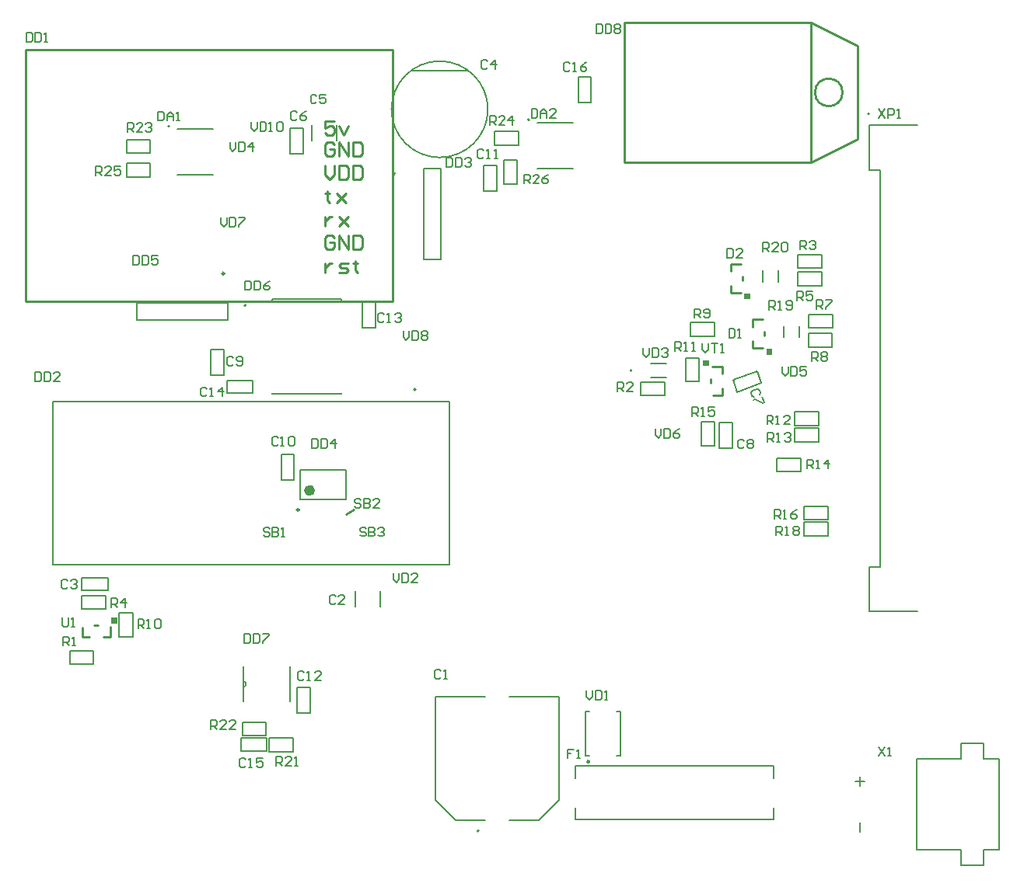
<source format=gto>
G04*
G04 #@! TF.GenerationSoftware,Altium Limited,Altium Designer,20.0.12 (288)*
G04*
G04 Layer_Color=65535*
%FSLAX25Y25*%
%MOIN*%
G70*
G01*
G75*
%ADD10C,0.00787*%
%ADD11C,0.00984*%
%ADD12C,0.01000*%
%ADD13C,0.00600*%
%ADD14C,0.02362*%
%ADD15C,0.00591*%
%ADD16C,0.00500*%
G36*
X38337Y129173D02*
Y126673D01*
X40837D01*
Y129173D01*
X38337D01*
D02*
G37*
G36*
X292087Y237234D02*
X294587D01*
Y239734D01*
X292087D01*
Y237234D01*
D02*
G37*
G36*
X321693Y244655D02*
X319193D01*
Y242156D01*
X321693D01*
Y244655D01*
D02*
G37*
G36*
X312287Y268451D02*
X309787D01*
Y265951D01*
X312287D01*
Y268451D01*
D02*
G37*
D10*
X363386Y345472D02*
G03*
X363386Y345472I-394J0D01*
G01*
X261614Y235335D02*
G03*
X261614Y235335I-394J0D01*
G01*
X96161Y263209D02*
G03*
X96161Y263209I-394J0D01*
G01*
X168898Y227165D02*
G03*
X168898Y227165I-394J0D01*
G01*
X217634Y342890D02*
G03*
X217634Y342890I-394J0D01*
G01*
X63303Y340134D02*
G03*
X63303Y340134I-394J0D01*
G01*
X195965Y37697D02*
G03*
X195965Y37697I-394J0D01*
G01*
X254823Y88976D02*
X256594D01*
X254823Y70079D02*
X256594D01*
X241634Y88976D02*
X243406D01*
X241634Y70079D02*
X243406D01*
X256594D02*
Y88976D01*
X241634Y70079D02*
Y88976D01*
X212402Y315354D02*
Y325590D01*
X206496Y315354D02*
Y325590D01*
X212402D01*
X206496Y315354D02*
X212402D01*
X44882Y318307D02*
X55118D01*
X44882Y324213D02*
X55118D01*
Y318307D02*
Y324213D01*
X44882Y318307D02*
Y324213D01*
X202756Y332087D02*
X212992D01*
X202756Y337992D02*
X212992D01*
Y332087D02*
Y337992D01*
X202756Y332087D02*
Y337992D01*
X44882Y328543D02*
X55118D01*
X44882Y334449D02*
X55118D01*
Y328543D02*
Y334449D01*
X44882Y328543D02*
Y334449D01*
X94488Y78543D02*
X104724D01*
X94488Y84449D02*
X104724D01*
Y78543D02*
Y84449D01*
X94488Y78543D02*
Y84449D01*
X106102Y71752D02*
X116339D01*
X106102Y77658D02*
X116339D01*
Y71752D02*
Y77658D01*
X106102Y71752D02*
Y77658D01*
X335433Y164370D02*
X345669D01*
X335433Y170276D02*
X345669D01*
Y164370D02*
Y170276D01*
X335433Y164370D02*
Y170276D01*
Y171260D02*
X345669D01*
X335433Y177165D02*
X345669D01*
Y171260D02*
Y177165D01*
X335433Y171260D02*
Y177165D01*
X297047Y203150D02*
Y213386D01*
X291142Y203150D02*
Y213386D01*
X297047D01*
X291142Y203150D02*
X297047D01*
X323622Y191929D02*
X333858D01*
X323622Y197835D02*
X333858D01*
Y191929D02*
Y197835D01*
X323622Y191929D02*
Y197835D01*
X331342Y204701D02*
X341579D01*
X331342Y210606D02*
X341579D01*
Y204701D02*
Y210606D01*
X331342Y204701D02*
Y210606D01*
X331299Y211713D02*
X341535D01*
X331299Y217618D02*
X341535D01*
Y211713D02*
Y217618D01*
X331299Y211713D02*
Y217618D01*
X284547Y230512D02*
Y240748D01*
X290453Y230512D02*
Y240748D01*
X284547Y230512D02*
X290453D01*
X284547Y240748D02*
X290453D01*
X47638Y120965D02*
Y131201D01*
X41732Y120965D02*
Y131201D01*
X47638D01*
X41732Y120965D02*
X47638D01*
X286614Y250098D02*
X296850D01*
X286614Y256004D02*
X296850D01*
Y250098D02*
Y256004D01*
X286614Y250098D02*
Y256004D01*
X337205Y245276D02*
X347441D01*
X337205Y251181D02*
X347441D01*
Y245276D02*
Y251181D01*
X337205Y245276D02*
Y251181D01*
X337303Y253543D02*
X347539D01*
X337303Y259449D02*
X347539D01*
Y253543D02*
Y259449D01*
X337303Y253543D02*
Y259449D01*
X332579Y271654D02*
X342815D01*
X332579Y277559D02*
X342815D01*
Y271654D02*
Y277559D01*
X332579Y271654D02*
Y277559D01*
X25787Y138779D02*
X36024D01*
X25787Y132874D02*
X36024D01*
X25787D02*
Y138779D01*
X36024Y132874D02*
Y138779D01*
X332677Y279232D02*
X342913D01*
X332677Y285138D02*
X342913D01*
Y279232D02*
Y285138D01*
X332677Y279232D02*
Y285138D01*
X265453Y230413D02*
X275689D01*
X265453Y224508D02*
X275689D01*
X265453D02*
Y230413D01*
X275689Y224508D02*
Y230413D01*
X20472Y115157D02*
X30709D01*
X20472Y109252D02*
X30709D01*
X20472D02*
Y115157D01*
X30709Y109252D02*
Y115157D01*
X237205Y65551D02*
X322244D01*
X237205Y42716D02*
X322244D01*
Y47835D01*
Y60433D02*
Y65551D01*
X237205Y42716D02*
Y47835D01*
Y60433D02*
Y65551D01*
X49366Y264384D02*
X88342D01*
X49366Y256914D02*
Y264384D01*
Y256914D02*
X88342D01*
Y264384D01*
X119390Y179921D02*
X139075D01*
X119390Y192520D02*
X139075D01*
X119390Y179921D02*
Y192520D01*
X139075Y179921D02*
Y192520D01*
X172151Y282972D02*
Y321949D01*
Y282972D02*
X179621D01*
Y321949D01*
X172151D02*
X179621D01*
X238583Y350394D02*
X244094D01*
X238583Y361417D02*
X244094D01*
X238583Y350394D02*
Y361417D01*
X244094Y350394D02*
Y361417D01*
X94095Y72047D02*
Y77559D01*
X105118Y72047D02*
Y77559D01*
X94095D02*
X105118D01*
X94095Y72047D02*
X105118D01*
X87992Y225590D02*
Y231102D01*
X99016Y225590D02*
Y231102D01*
X87992D02*
X99016D01*
X87992Y225590D02*
X99016D01*
X146137Y253543D02*
X151649D01*
X146137Y264567D02*
X151649D01*
X146137Y253543D02*
Y264567D01*
X151649Y253543D02*
Y264567D01*
X118110Y88189D02*
X123622D01*
X118110Y99213D02*
X123622D01*
X118110Y88189D02*
Y99213D01*
X123622Y88189D02*
Y99213D01*
X198031Y312402D02*
X203543D01*
X198031Y323425D02*
X203543D01*
X198031Y312402D02*
Y323425D01*
X203543Y312402D02*
Y323425D01*
X111221Y199213D02*
X116732D01*
X111221Y188189D02*
X116732D01*
Y199213D01*
X111221Y188189D02*
Y199213D01*
X81004Y233465D02*
X86516D01*
X81004Y244488D02*
X86516D01*
X81004Y233465D02*
Y244488D01*
X86516Y233465D02*
Y244488D01*
X299114Y201870D02*
X304626D01*
X299114Y212894D02*
X304626D01*
X299114Y201870D02*
Y212894D01*
X304626Y201870D02*
Y212894D01*
X304846Y231291D02*
X306732Y226112D01*
X315205Y235061D02*
X317090Y229882D01*
X304846Y231291D02*
X315205Y235061D01*
X306732Y226112D02*
X317090Y229882D01*
X114961Y328346D02*
X120473D01*
X114961Y339370D02*
X120473D01*
X114961Y328346D02*
Y339370D01*
X120473Y328346D02*
Y339370D01*
X124397Y334063D02*
Y340740D01*
X135052Y334063D02*
Y340740D01*
X167323Y363976D02*
X190945D01*
X36811Y140945D02*
Y146457D01*
X25787Y140945D02*
Y146457D01*
Y140945D02*
X36811D01*
X25787Y146457D02*
X36811D01*
X153752Y133965D02*
Y140641D01*
X143098Y133965D02*
Y140641D01*
X246229Y383858D02*
Y379922D01*
X248197D01*
X248853Y380578D01*
Y383202D01*
X248197Y383858D01*
X246229D01*
X250165D02*
Y379922D01*
X252132D01*
X252788Y380578D01*
Y383202D01*
X252132Y383858D01*
X250165D01*
X254100Y383202D02*
X254756Y383858D01*
X256068D01*
X256724Y383202D01*
Y382546D01*
X256068Y381890D01*
X256724Y381234D01*
Y380578D01*
X256068Y379922D01*
X254756D01*
X254100Y380578D01*
Y381234D01*
X254756Y381890D01*
X254100Y382546D01*
Y383202D01*
X254756Y381890D02*
X256068D01*
X90683Y240584D02*
X90027Y241240D01*
X88715D01*
X88059Y240584D01*
Y237960D01*
X88715Y237304D01*
X90027D01*
X90683Y237960D01*
X91995D02*
X92651Y237304D01*
X93962D01*
X94618Y237960D01*
Y240584D01*
X93962Y241240D01*
X92651D01*
X91995Y240584D01*
Y239928D01*
X92651Y239272D01*
X94618D01*
X121086Y105655D02*
X120430Y106310D01*
X119118D01*
X118462Y105655D01*
Y103031D01*
X119118Y102375D01*
X120430D01*
X121086Y103031D01*
X122398Y102375D02*
X123710D01*
X123054D01*
Y106310D01*
X122398Y105655D01*
X128302Y102375D02*
X125678D01*
X128302Y104999D01*
Y105655D01*
X127646Y106310D01*
X126334D01*
X125678Y105655D01*
X197966Y329757D02*
X197310Y330413D01*
X195999D01*
X195343Y329757D01*
Y327133D01*
X195999Y326477D01*
X197310D01*
X197966Y327133D01*
X199278Y326477D02*
X200590D01*
X199934D01*
Y330413D01*
X199278Y329757D01*
X202558Y326477D02*
X203870D01*
X203214D01*
Y330413D01*
X202558Y329757D01*
X134482Y138418D02*
X133826Y139074D01*
X132514D01*
X131858Y138418D01*
Y135794D01*
X132514Y135138D01*
X133826D01*
X134482Y135794D01*
X138418Y135138D02*
X135794D01*
X138418Y137762D01*
Y138418D01*
X137762Y139074D01*
X136450D01*
X135794Y138418D01*
X19718Y144914D02*
X19062Y145570D01*
X17750D01*
X17094Y144914D01*
Y142290D01*
X17750Y141635D01*
X19062D01*
X19718Y142290D01*
X21030Y144914D02*
X21686Y145570D01*
X22998D01*
X23654Y144914D01*
Y144258D01*
X22998Y143602D01*
X22342D01*
X22998D01*
X23654Y142946D01*
Y142290D01*
X22998Y141635D01*
X21686D01*
X21030Y142290D01*
X199541Y367946D02*
X198885Y368602D01*
X197573D01*
X196917Y367946D01*
Y365322D01*
X197573Y364666D01*
X198885D01*
X199541Y365322D01*
X202821Y364666D02*
Y368602D01*
X200853Y366634D01*
X203477D01*
X126437Y353155D02*
X125781Y353811D01*
X124469D01*
X123813Y353155D01*
Y350531D01*
X124469Y349875D01*
X125781D01*
X126437Y350531D01*
X130373Y353811D02*
X127749D01*
Y351843D01*
X129061Y352499D01*
X129717D01*
X130373Y351843D01*
Y350531D01*
X129717Y349875D01*
X128405D01*
X127749Y350531D01*
X118027Y345860D02*
X117371Y346516D01*
X116059D01*
X115403Y345860D01*
Y343236D01*
X116059Y342580D01*
X117371D01*
X118027Y343236D01*
X121963Y346516D02*
X120651Y345860D01*
X119339Y344548D01*
Y343236D01*
X119995Y342580D01*
X121307D01*
X121963Y343236D01*
Y343892D01*
X121307Y344548D01*
X119339D01*
X316303Y224987D02*
X316695Y225828D01*
X316246Y227061D01*
X315405Y227453D01*
X312940Y226555D01*
X312548Y225714D01*
X312996Y224482D01*
X313837Y224090D01*
X317368Y223978D02*
X318265Y221513D01*
X317649Y221289D01*
X314286Y222857D01*
X313669Y222632D01*
X309580Y205151D02*
X308924Y205806D01*
X307612D01*
X306956Y205151D01*
Y202527D01*
X307612Y201871D01*
X308924D01*
X309580Y202527D01*
X310892Y205151D02*
X311548Y205806D01*
X312860D01*
X313516Y205151D01*
Y204495D01*
X312860Y203839D01*
X313516Y203183D01*
Y202527D01*
X312860Y201871D01*
X311548D01*
X310892Y202527D01*
Y203183D01*
X311548Y203839D01*
X310892Y204495D01*
Y205151D01*
X311548Y203839D02*
X312860D01*
X109810Y206233D02*
X109154Y206889D01*
X107843D01*
X107187Y206233D01*
Y203609D01*
X107843Y202953D01*
X109154D01*
X109810Y203609D01*
X111122Y202953D02*
X112434D01*
X111778D01*
Y206889D01*
X111122Y206233D01*
X114402D02*
X115058Y206889D01*
X116370D01*
X117026Y206233D01*
Y203609D01*
X116370Y202953D01*
X115058D01*
X114402Y203609D01*
Y206233D01*
X155381Y259186D02*
X154725Y259842D01*
X153413D01*
X152758Y259186D01*
Y256562D01*
X153413Y255906D01*
X154725D01*
X155381Y256562D01*
X156693Y255906D02*
X158005D01*
X157349D01*
Y259842D01*
X156693Y259186D01*
X159973D02*
X160629Y259842D01*
X161941D01*
X162597Y259186D01*
Y258530D01*
X161941Y257874D01*
X161285D01*
X161941D01*
X162597Y257218D01*
Y256562D01*
X161941Y255906D01*
X160629D01*
X159973Y256562D01*
X95933Y68241D02*
X95277Y68897D01*
X93965D01*
X93309Y68241D01*
Y65617D01*
X93965Y64961D01*
X95277D01*
X95933Y65617D01*
X97245Y64961D02*
X98556D01*
X97900D01*
Y68897D01*
X97245Y68241D01*
X103148Y68897D02*
X100524D01*
Y66929D01*
X101836Y67585D01*
X102492D01*
X103148Y66929D01*
Y65617D01*
X102492Y64961D01*
X101180D01*
X100524Y65617D01*
X79299Y227493D02*
X78643Y228149D01*
X77331D01*
X76675Y227493D01*
Y224869D01*
X77331Y224213D01*
X78643D01*
X79299Y224869D01*
X80611Y224213D02*
X81923D01*
X81266D01*
Y228149D01*
X80611Y227493D01*
X85858Y224213D02*
Y228149D01*
X83890Y226181D01*
X86514D01*
X234909Y366962D02*
X234253Y367618D01*
X232941D01*
X232285Y366962D01*
Y364338D01*
X232941Y363682D01*
X234253D01*
X234909Y364338D01*
X236221Y363682D02*
X237533D01*
X236877D01*
Y367618D01*
X236221Y366962D01*
X242124Y367618D02*
X240812Y366962D01*
X239501Y365650D01*
Y364338D01*
X240157Y363682D01*
X241468D01*
X242124Y364338D01*
Y364994D01*
X241468Y365650D01*
X239501D01*
X303142Y253284D02*
Y249348D01*
X305110D01*
X305766Y250004D01*
Y252628D01*
X305110Y253284D01*
X303142D01*
X307078Y249348D02*
X308390D01*
X307734D01*
Y253284D01*
X307078Y252628D01*
X302449Y287622D02*
Y283686D01*
X304416D01*
X305072Y284342D01*
Y286966D01*
X304416Y287622D01*
X302449D01*
X309008Y283686D02*
X306384D01*
X309008Y286310D01*
Y286966D01*
X308352Y287622D01*
X307040D01*
X306384Y286966D01*
X58462Y346469D02*
Y342533D01*
X60430D01*
X61085Y343189D01*
Y345813D01*
X60430Y346469D01*
X58462D01*
X62397Y342533D02*
Y345157D01*
X63709Y346469D01*
X65021Y345157D01*
Y342533D01*
Y344501D01*
X62397D01*
X66333Y342533D02*
X67645D01*
X66989D01*
Y346469D01*
X66333Y345813D01*
X218473Y347736D02*
Y343800D01*
X220441D01*
X221097Y344456D01*
Y347080D01*
X220441Y347736D01*
X218473D01*
X222409Y343800D02*
Y346424D01*
X223721Y347736D01*
X225032Y346424D01*
Y343800D01*
Y345768D01*
X222409D01*
X228968Y343800D02*
X226344D01*
X228968Y346424D01*
Y347080D01*
X228312Y347736D01*
X227000D01*
X226344Y347080D01*
X1862Y380210D02*
Y376275D01*
X3830D01*
X4486Y376931D01*
Y379555D01*
X3830Y380210D01*
X1862D01*
X5798D02*
Y376275D01*
X7766D01*
X8422Y376931D01*
Y379555D01*
X7766Y380210D01*
X5798D01*
X9734Y376275D02*
X11046D01*
X10390D01*
Y380210D01*
X9734Y379555D01*
X5662Y234711D02*
Y230775D01*
X7630D01*
X8286Y231431D01*
Y234055D01*
X7630Y234711D01*
X5662D01*
X9598D02*
Y230775D01*
X11566D01*
X12222Y231431D01*
Y234055D01*
X11566Y234711D01*
X9598D01*
X16158Y230775D02*
X13534D01*
X16158Y233399D01*
Y234055D01*
X15502Y234711D01*
X14190D01*
X13534Y234055D01*
X182055Y326673D02*
Y322737D01*
X184023D01*
X184679Y323393D01*
Y326017D01*
X184023Y326673D01*
X182055D01*
X185991D02*
Y322737D01*
X187959D01*
X188615Y323393D01*
Y326017D01*
X187959Y326673D01*
X185991D01*
X189927Y326017D02*
X190583Y326673D01*
X191895D01*
X192551Y326017D01*
Y325361D01*
X191895Y324705D01*
X191239D01*
X191895D01*
X192551Y324049D01*
Y323393D01*
X191895Y322737D01*
X190583D01*
X189927Y323393D01*
X124378Y206102D02*
Y202166D01*
X126346D01*
X127002Y202822D01*
Y205446D01*
X126346Y206102D01*
X124378D01*
X128314D02*
Y202166D01*
X130282D01*
X130938Y202822D01*
Y205446D01*
X130282Y206102D01*
X128314D01*
X134218Y202166D02*
Y206102D01*
X132250Y204134D01*
X134874D01*
X47762Y284711D02*
Y280775D01*
X49730D01*
X50386Y281431D01*
Y284055D01*
X49730Y284711D01*
X47762D01*
X51698D02*
Y280775D01*
X53666D01*
X54322Y281431D01*
Y284055D01*
X53666Y284711D01*
X51698D01*
X58258D02*
X55634D01*
Y282743D01*
X56946Y283399D01*
X57601D01*
X58258Y282743D01*
Y281431D01*
X57601Y280775D01*
X56290D01*
X55634Y281431D01*
X95733Y273796D02*
Y269861D01*
X97701D01*
X98357Y270517D01*
Y273140D01*
X97701Y273796D01*
X95733D01*
X99669D02*
Y269861D01*
X101637D01*
X102293Y270517D01*
Y273140D01*
X101637Y273796D01*
X99669D01*
X106228D02*
X104917Y273140D01*
X103604Y271829D01*
Y270517D01*
X104261Y269861D01*
X105572D01*
X106228Y270517D01*
Y271172D01*
X105572Y271829D01*
X103604D01*
X95436Y122355D02*
Y118420D01*
X97404D01*
X98060Y119076D01*
Y121700D01*
X97404Y122355D01*
X95436D01*
X99372D02*
Y118420D01*
X101340D01*
X101996Y119076D01*
Y121700D01*
X101340Y122355D01*
X99372D01*
X103308D02*
X105931D01*
Y121700D01*
X103308Y119076D01*
Y118420D01*
X236586Y72811D02*
X233962D01*
Y70843D01*
X235274D01*
X233962D01*
Y68875D01*
X237898D02*
X239210D01*
X238554D01*
Y72811D01*
X237898Y72155D01*
X17750Y117225D02*
Y121161D01*
X19718D01*
X20374Y120505D01*
Y119193D01*
X19718Y118537D01*
X17750D01*
X19062D02*
X20374Y117225D01*
X21686D02*
X22998D01*
X22342D01*
Y121161D01*
X21686Y120505D01*
X255382Y226379D02*
Y230314D01*
X257349D01*
X258005Y229658D01*
Y228346D01*
X257349Y227691D01*
X255382D01*
X256694D02*
X258005Y226379D01*
X261941D02*
X259317D01*
X261941Y229002D01*
Y229658D01*
X261285Y230314D01*
X259973D01*
X259317Y229658D01*
X333630Y287205D02*
Y291141D01*
X335597D01*
X336253Y290485D01*
Y289173D01*
X335597Y288517D01*
X333630D01*
X334942D02*
X336253Y287205D01*
X337565Y290485D02*
X338221Y291141D01*
X339533D01*
X340189Y290485D01*
Y289829D01*
X339533Y289173D01*
X338877D01*
X339533D01*
X340189Y288517D01*
Y287861D01*
X339533Y287205D01*
X338221D01*
X337565Y287861D01*
X38271Y133741D02*
Y137677D01*
X40239D01*
X40895Y137021D01*
Y135709D01*
X40239Y135053D01*
X38271D01*
X39583D02*
X40895Y133741D01*
X44175D02*
Y137677D01*
X42207Y135709D01*
X44831D01*
X332252Y265355D02*
Y269291D01*
X334220D01*
X334875Y268635D01*
Y267323D01*
X334220Y266667D01*
X332252D01*
X333564D02*
X334875Y265355D01*
X338811Y269291D02*
X336188D01*
Y267323D01*
X337499Y267979D01*
X338155D01*
X338811Y267323D01*
Y266011D01*
X338155Y265355D01*
X336843D01*
X336188Y266011D01*
X340786Y261579D02*
Y265515D01*
X342754D01*
X343410Y264859D01*
Y263547D01*
X342754Y262891D01*
X340786D01*
X342098D02*
X343410Y261579D01*
X344722Y265515D02*
X347346D01*
Y264859D01*
X344722Y262235D01*
Y261579D01*
X338649Y239371D02*
Y243306D01*
X340617D01*
X341273Y242651D01*
Y241339D01*
X340617Y240683D01*
X338649D01*
X339961D02*
X341273Y239371D01*
X342585Y242651D02*
X343241Y243306D01*
X344553D01*
X345209Y242651D01*
Y241995D01*
X344553Y241339D01*
X345209Y240683D01*
Y240027D01*
X344553Y239371D01*
X343241D01*
X342585Y240027D01*
Y240683D01*
X343241Y241339D01*
X342585Y241995D01*
Y242651D01*
X343241Y241339D02*
X344553D01*
X288453Y257875D02*
Y261810D01*
X290420D01*
X291076Y261154D01*
Y259842D01*
X290420Y259187D01*
X288453D01*
X289764D02*
X291076Y257875D01*
X292388Y258531D02*
X293044Y257875D01*
X294356D01*
X295012Y258531D01*
Y261154D01*
X294356Y261810D01*
X293044D01*
X292388Y261154D01*
Y260498D01*
X293044Y259842D01*
X295012D01*
X49805Y124705D02*
Y128641D01*
X51773D01*
X52429Y127985D01*
Y126673D01*
X51773Y126017D01*
X49805D01*
X51117D02*
X52429Y124705D01*
X53741D02*
X55052D01*
X54396D01*
Y128641D01*
X53741Y127985D01*
X57020D02*
X57676Y128641D01*
X58988D01*
X59644Y127985D01*
Y125361D01*
X58988Y124705D01*
X57676D01*
X57020Y125361D01*
Y127985D01*
X280087Y243603D02*
Y247539D01*
X282055D01*
X282711Y246883D01*
Y245571D01*
X282055Y244915D01*
X280087D01*
X281399D02*
X282711Y243603D01*
X284022D02*
X285334D01*
X284678D01*
Y247539D01*
X284022Y246883D01*
X287302Y243603D02*
X288614D01*
X287958D01*
Y247539D01*
X287302Y246883D01*
X319490Y212205D02*
Y216141D01*
X321458D01*
X322114Y215485D01*
Y214173D01*
X321458Y213517D01*
X319490D01*
X320802D02*
X322114Y212205D01*
X323426D02*
X324737D01*
X324081D01*
Y216141D01*
X323426Y215485D01*
X329329Y212205D02*
X326705D01*
X329329Y214829D01*
Y215485D01*
X328673Y216141D01*
X327361D01*
X326705Y215485D01*
X319785Y204725D02*
Y208661D01*
X321753D01*
X322409Y208005D01*
Y206693D01*
X321753Y206037D01*
X319785D01*
X321097D02*
X322409Y204725D01*
X323721D02*
X325033D01*
X324377D01*
Y208661D01*
X323721Y208005D01*
X327001D02*
X327657Y208661D01*
X328968D01*
X329624Y208005D01*
Y207349D01*
X328968Y206693D01*
X328312D01*
X328968D01*
X329624Y206037D01*
Y205381D01*
X328968Y204725D01*
X327657D01*
X327001Y205381D01*
X287249Y215823D02*
Y219759D01*
X289217D01*
X289873Y219103D01*
Y217791D01*
X289217Y217135D01*
X287249D01*
X288561D02*
X289873Y215823D01*
X291185D02*
X292497D01*
X291841D01*
Y219759D01*
X291185Y219103D01*
X297089Y219759D02*
X294465D01*
Y217791D01*
X295777Y218447D01*
X296433D01*
X297089Y217791D01*
Y216479D01*
X296433Y215823D01*
X295121D01*
X294465Y216479D01*
X336616Y193209D02*
Y197145D01*
X338584D01*
X339240Y196489D01*
Y195177D01*
X338584Y194521D01*
X336616D01*
X337928D02*
X339240Y193209D01*
X340551D02*
X341863D01*
X341208D01*
Y197145D01*
X340551Y196489D01*
X345799Y193209D02*
Y197145D01*
X343831Y195177D01*
X346455D01*
X322541Y171753D02*
Y175688D01*
X324509D01*
X325165Y175032D01*
Y173721D01*
X324509Y173064D01*
X322541D01*
X323853D02*
X325165Y171753D01*
X326477D02*
X327789D01*
X327133D01*
Y175688D01*
X326477Y175032D01*
X332380Y175688D02*
X331068Y175032D01*
X329756Y173721D01*
Y172409D01*
X330412Y171753D01*
X331724D01*
X332380Y172409D01*
Y173064D01*
X331724Y173721D01*
X329756D01*
X323427Y164568D02*
Y168503D01*
X325395D01*
X326051Y167847D01*
Y166535D01*
X325395Y165879D01*
X323427D01*
X324739D02*
X326051Y164568D01*
X327362D02*
X328674D01*
X328018D01*
Y168503D01*
X327362Y167847D01*
X330642D02*
X331298Y168503D01*
X332610D01*
X333266Y167847D01*
Y167191D01*
X332610Y166535D01*
X333266Y165879D01*
Y165224D01*
X332610Y164568D01*
X331298D01*
X330642Y165224D01*
Y165879D01*
X331298Y166535D01*
X330642Y167191D01*
Y167847D01*
X331298Y166535D02*
X332610D01*
X320376Y261418D02*
Y265354D01*
X322343D01*
X322999Y264698D01*
Y263386D01*
X322343Y262730D01*
X320376D01*
X321688D02*
X322999Y261418D01*
X324311D02*
X325623D01*
X324967D01*
Y265354D01*
X324311Y264698D01*
X327591Y262074D02*
X328247Y261418D01*
X329559D01*
X330215Y262074D01*
Y264698D01*
X329559Y265354D01*
X328247D01*
X327591Y264698D01*
Y264042D01*
X328247Y263386D01*
X330215D01*
X317768Y286342D02*
Y290277D01*
X319736D01*
X320392Y289621D01*
Y288310D01*
X319736Y287654D01*
X317768D01*
X319080D02*
X320392Y286342D01*
X324327D02*
X321703D01*
X324327Y288966D01*
Y289621D01*
X323671Y290277D01*
X322359D01*
X321703Y289621D01*
X325639D02*
X326295Y290277D01*
X327607D01*
X328263Y289621D01*
Y286998D01*
X327607Y286342D01*
X326295D01*
X325639Y286998D01*
Y289621D01*
X109089Y65749D02*
Y69684D01*
X111057D01*
X111713Y69028D01*
Y67716D01*
X111057Y67061D01*
X109089D01*
X110401D02*
X111713Y65749D01*
X115649D02*
X113025D01*
X115649Y68372D01*
Y69028D01*
X114993Y69684D01*
X113681D01*
X113025Y69028D01*
X116961Y65749D02*
X118273D01*
X117617D01*
Y69684D01*
X116961Y69028D01*
X106152Y167257D02*
X105496Y167913D01*
X104184D01*
X103528Y167257D01*
Y166601D01*
X104184Y165945D01*
X105496D01*
X106152Y165289D01*
Y164633D01*
X105496Y163977D01*
X104184D01*
X103528Y164633D01*
X107464Y167913D02*
Y163977D01*
X109432D01*
X110088Y164633D01*
Y165289D01*
X109432Y165945D01*
X107464D01*
X109432D01*
X110088Y166601D01*
Y167257D01*
X109432Y167913D01*
X107464D01*
X111400Y163977D02*
X112712D01*
X112056D01*
Y167913D01*
X111400Y167257D01*
X145408Y179560D02*
X144752Y180216D01*
X143440D01*
X142784Y179560D01*
Y178904D01*
X143440Y178248D01*
X144752D01*
X145408Y177592D01*
Y176936D01*
X144752Y176280D01*
X143440D01*
X142784Y176936D01*
X146720Y180216D02*
Y176280D01*
X148688D01*
X149343Y176936D01*
Y177592D01*
X148688Y178248D01*
X146720D01*
X148688D01*
X149343Y178904D01*
Y179560D01*
X148688Y180216D01*
X146720D01*
X153279Y176280D02*
X150655D01*
X153279Y178904D01*
Y179560D01*
X152623Y180216D01*
X151311D01*
X150655Y179560D01*
X147475Y167454D02*
X146819Y168110D01*
X145507D01*
X144851Y167454D01*
Y166798D01*
X145507Y166142D01*
X146819D01*
X147475Y165486D01*
Y164830D01*
X146819Y164174D01*
X145507D01*
X144851Y164830D01*
X148786Y168110D02*
Y164174D01*
X150754D01*
X151410Y164830D01*
Y165486D01*
X150754Y166142D01*
X148786D01*
X150754D01*
X151410Y166798D01*
Y167454D01*
X150754Y168110D01*
X148786D01*
X152722Y167454D02*
X153378Y168110D01*
X154690D01*
X155346Y167454D01*
Y166798D01*
X154690Y166142D01*
X154034D01*
X154690D01*
X155346Y165486D01*
Y164830D01*
X154690Y164174D01*
X153378D01*
X152722Y164830D01*
X17357Y129330D02*
Y126050D01*
X18012Y125394D01*
X19324D01*
X19980Y126050D01*
Y129330D01*
X21292Y125394D02*
X22604D01*
X21948D01*
Y129330D01*
X21292Y128674D01*
X241947Y97876D02*
Y95252D01*
X243258Y93940D01*
X244570Y95252D01*
Y97876D01*
X245882D02*
Y93940D01*
X247850D01*
X248506Y94596D01*
Y97220D01*
X247850Y97876D01*
X245882D01*
X249818Y93940D02*
X251130D01*
X250474D01*
Y97876D01*
X249818Y97220D01*
X159172Y148211D02*
Y145587D01*
X160484Y144275D01*
X161795Y145587D01*
Y148211D01*
X163107D02*
Y144275D01*
X165075D01*
X165731Y144931D01*
Y147555D01*
X165075Y148211D01*
X163107D01*
X169667Y144275D02*
X167043D01*
X169667Y146899D01*
Y147555D01*
X169011Y148211D01*
X167699D01*
X167043Y147555D01*
X266406Y244881D02*
Y242257D01*
X267718Y240946D01*
X269030Y242257D01*
Y244881D01*
X270342D02*
Y240946D01*
X272309D01*
X272966Y241601D01*
Y244225D01*
X272309Y244881D01*
X270342D01*
X274277Y244225D02*
X274933Y244881D01*
X276245D01*
X276901Y244225D01*
Y243569D01*
X276245Y242913D01*
X275589D01*
X276245D01*
X276901Y242257D01*
Y241601D01*
X276245Y240946D01*
X274933D01*
X274277Y241601D01*
X89142Y333267D02*
Y330643D01*
X90454Y329331D01*
X91766Y330643D01*
Y333267D01*
X93078D02*
Y329331D01*
X95046D01*
X95702Y329987D01*
Y332611D01*
X95046Y333267D01*
X93078D01*
X98981Y329331D02*
Y333267D01*
X97014Y331299D01*
X99637D01*
X325855Y236983D02*
Y234360D01*
X327167Y233048D01*
X328479Y234360D01*
Y236983D01*
X329790D02*
Y233048D01*
X331758D01*
X332414Y233704D01*
Y236328D01*
X331758Y236983D01*
X329790D01*
X336350D02*
X333726D01*
Y235016D01*
X335038Y235672D01*
X335694D01*
X336350Y235016D01*
Y233704D01*
X335694Y233048D01*
X334382D01*
X333726Y233704D01*
X163477Y252346D02*
Y249722D01*
X164789Y248410D01*
X166101Y249722D01*
Y252346D01*
X167412D02*
Y248410D01*
X169380D01*
X170036Y249066D01*
Y251690D01*
X169380Y252346D01*
X167412D01*
X171348Y251690D02*
X172004Y252346D01*
X173316D01*
X173972Y251690D01*
Y251034D01*
X173316Y250378D01*
X173972Y249722D01*
Y249066D01*
X173316Y248410D01*
X172004D01*
X171348Y249066D01*
Y249722D01*
X172004Y250378D01*
X171348Y251034D01*
Y251690D01*
X172004Y250378D02*
X173316D01*
X98231Y342027D02*
Y339403D01*
X99542Y338091D01*
X100854Y339403D01*
Y342027D01*
X102166D02*
Y338091D01*
X104134D01*
X104790Y338747D01*
Y341371D01*
X104134Y342027D01*
X102166D01*
X106102Y338091D02*
X107414D01*
X106758D01*
Y342027D01*
X106102Y341371D01*
X109382D02*
X110038Y342027D01*
X111350D01*
X112006Y341371D01*
Y338747D01*
X111350Y338091D01*
X110038D01*
X109382Y338747D01*
Y341371D01*
X291668Y246850D02*
Y244226D01*
X292980Y242914D01*
X294292Y244226D01*
Y246850D01*
X295604D02*
X298228D01*
X296916D01*
Y242914D01*
X299540D02*
X300851D01*
X300196D01*
Y246850D01*
X299540Y246194D01*
X367455Y73818D02*
X370079Y69883D01*
Y73818D02*
X367455Y69883D01*
X371391D02*
X372703D01*
X372047D01*
Y73818D01*
X371391Y73162D01*
X179580Y106314D02*
X178925Y106970D01*
X177613D01*
X176957Y106314D01*
Y103690D01*
X177613Y103034D01*
X178925D01*
X179580Y103690D01*
X180892Y103034D02*
X182204D01*
X181548D01*
Y106970D01*
X180892Y106314D01*
X81071Y81300D02*
Y85236D01*
X83039D01*
X83695Y84580D01*
Y83268D01*
X83039Y82612D01*
X81071D01*
X82383D02*
X83695Y81300D01*
X87631D02*
X85007D01*
X87631Y83924D01*
Y84580D01*
X86975Y85236D01*
X85663D01*
X85007Y84580D01*
X91566Y81300D02*
X88943D01*
X91566Y83924D01*
Y84580D01*
X90911Y85236D01*
X89599D01*
X88943Y84580D01*
X45243Y337637D02*
Y341573D01*
X47211D01*
X47867Y340917D01*
Y339605D01*
X47211Y338949D01*
X45243D01*
X46555D02*
X47867Y337637D01*
X51803D02*
X49179D01*
X51803Y340261D01*
Y340917D01*
X51147Y341573D01*
X49835D01*
X49179Y340917D01*
X53115D02*
X53771Y341573D01*
X55083D01*
X55739Y340917D01*
Y340261D01*
X55083Y339605D01*
X54427D01*
X55083D01*
X55739Y338949D01*
Y338293D01*
X55083Y337637D01*
X53771D01*
X53115Y338293D01*
X200559Y340749D02*
Y344684D01*
X202527D01*
X203183Y344028D01*
Y342717D01*
X202527Y342061D01*
X200559D01*
X201871D02*
X203183Y340749D01*
X207119D02*
X204495D01*
X207119Y343373D01*
Y344028D01*
X206463Y344684D01*
X205151D01*
X204495Y344028D01*
X210399Y340749D02*
Y344684D01*
X208431Y342717D01*
X211055D01*
X31760Y318997D02*
Y322932D01*
X33728D01*
X34384Y322276D01*
Y320965D01*
X33728Y320309D01*
X31760D01*
X33072D02*
X34384Y318997D01*
X38320D02*
X35696D01*
X38320Y321620D01*
Y322276D01*
X37664Y322932D01*
X36352D01*
X35696Y322276D01*
X42255Y322932D02*
X39632D01*
Y320965D01*
X40944Y321620D01*
X41600D01*
X42255Y320965D01*
Y319653D01*
X41600Y318997D01*
X40288D01*
X39632Y319653D01*
X215225Y315552D02*
Y319488D01*
X217193D01*
X217849Y318832D01*
Y317520D01*
X217193Y316864D01*
X215225D01*
X216537D02*
X217849Y315552D01*
X221784D02*
X219161D01*
X221784Y318176D01*
Y318832D01*
X221128Y319488D01*
X219816D01*
X219161Y318832D01*
X225720Y319488D02*
X224408Y318832D01*
X223096Y317520D01*
Y316208D01*
X223752Y315552D01*
X225064D01*
X225720Y316208D01*
Y316864D01*
X225064Y317520D01*
X223096D01*
X367357Y347736D02*
X369981Y343800D01*
Y347736D02*
X367357Y343800D01*
X371293D02*
Y347736D01*
X373261D01*
X373917Y347080D01*
Y345768D01*
X373261Y345112D01*
X371293D01*
X375229Y343800D02*
X376540D01*
X375885D01*
Y347736D01*
X375229Y347080D01*
X271510Y210303D02*
Y207679D01*
X272822Y206367D01*
X274134Y207679D01*
Y210303D01*
X275446D02*
Y206367D01*
X277413D01*
X278069Y207023D01*
Y209647D01*
X277413Y210303D01*
X275446D01*
X282005D02*
X280693Y209647D01*
X279381Y208335D01*
Y207023D01*
X280037Y206367D01*
X281349D01*
X282005Y207023D01*
Y207679D01*
X281349Y208335D01*
X279381D01*
X85200Y300851D02*
Y298228D01*
X86512Y296916D01*
X87824Y298228D01*
Y300851D01*
X89136D02*
Y296916D01*
X91104D01*
X91760Y297572D01*
Y300196D01*
X91104Y300851D01*
X89136D01*
X93072D02*
X95695D01*
Y300196D01*
X93072Y297572D01*
Y296916D01*
D11*
X243307Y67520D02*
G03*
X243307Y67520I-492J0D01*
G01*
X86847Y277000D02*
G03*
X86847Y277000I-492J0D01*
G01*
X118878Y175492D02*
G03*
X118878Y175492I-492J0D01*
G01*
X160027Y319961D02*
G03*
X160027Y319961I-492J0D01*
G01*
D12*
X351831Y354685D02*
G03*
X351831Y354685I-5906J0D01*
G01*
X300406Y233858D02*
Y236909D01*
Y224705D02*
Y227756D01*
X295374Y230020D02*
Y231594D01*
X296063Y236909D02*
X300406D01*
X296161Y224705D02*
X300406D01*
X34961Y120854D02*
X38012D01*
X25807D02*
X28858D01*
X31122Y125886D02*
X32697D01*
X38012Y120854D02*
Y125197D01*
X25807Y120854D02*
Y125098D01*
X258425Y324685D02*
Y354685D01*
Y384685D01*
X338425D01*
X258425Y324685D02*
X338425D01*
Y384685D01*
X358425Y374685D01*
Y334685D02*
Y374685D01*
X338425Y324685D02*
X358425Y334685D01*
X1598Y264984D02*
X159079D01*
X1598Y373004D02*
X159079D01*
Y264984D02*
Y373004D01*
X1598Y264984D02*
Y373004D01*
X303968Y268775D02*
Y271827D01*
Y277929D02*
Y280980D01*
X309000Y274090D02*
Y275665D01*
X303968Y268775D02*
X308311D01*
X303968Y280980D02*
X308212D01*
X313374Y244980D02*
Y248031D01*
Y254134D02*
Y257185D01*
X318406Y250295D02*
Y251870D01*
X313374Y244980D02*
X317717D01*
X313374Y257185D02*
X317618D01*
X138956Y173819D02*
X142323Y175591D01*
X134097Y342482D02*
X130098D01*
Y339483D01*
X132098Y340483D01*
X133098D01*
X134097Y339483D01*
Y337484D01*
X133098Y336484D01*
X131098D01*
X130098Y337484D01*
X136097Y340483D02*
X138096Y336484D01*
X140095Y340483D01*
X134097Y332483D02*
X133098Y333482D01*
X131098D01*
X130098Y332483D01*
Y328484D01*
X131098Y327484D01*
X133098D01*
X134097Y328484D01*
Y330483D01*
X132098D01*
X136097Y327484D02*
Y333482D01*
X140095Y327484D01*
Y333482D01*
X142095D02*
Y327484D01*
X145094D01*
X146093Y328484D01*
Y332483D01*
X145094Y333482D01*
X142095D01*
X130098Y323482D02*
Y319484D01*
X132098Y317484D01*
X134097Y319484D01*
Y323482D01*
X136097D02*
Y317484D01*
X139095D01*
X140095Y318484D01*
Y322483D01*
X139095Y323482D01*
X136097D01*
X142095D02*
Y317484D01*
X145094D01*
X146093Y318484D01*
Y322483D01*
X145094Y323482D01*
X142095D01*
X131098Y312483D02*
Y311483D01*
X130098D01*
X132098D01*
X131098D01*
Y308484D01*
X132098Y307484D01*
X135097Y311483D02*
X139095Y307484D01*
X137096Y309484D01*
X139095Y311483D01*
X135097Y307484D01*
X130098Y301483D02*
Y297484D01*
Y299484D01*
X131098Y300483D01*
X132098Y301483D01*
X133098D01*
X136097D02*
X140095Y297484D01*
X138096Y299484D01*
X140095Y301483D01*
X136097Y297484D01*
X134097Y292483D02*
X133098Y293482D01*
X131098D01*
X130098Y292483D01*
Y288484D01*
X131098Y287484D01*
X133098D01*
X134097Y288484D01*
Y290483D01*
X132098D01*
X136097Y287484D02*
Y293482D01*
X140095Y287484D01*
Y293482D01*
X142095D02*
Y287484D01*
X145094D01*
X146093Y288484D01*
Y292483D01*
X145094Y293482D01*
X142095D01*
X130098Y281483D02*
Y277484D01*
Y279484D01*
X131098Y280483D01*
X132098Y281483D01*
X133098D01*
X136097Y277484D02*
X139095D01*
X140095Y278484D01*
X139095Y279484D01*
X137096D01*
X136097Y280483D01*
X137096Y281483D01*
X140095D01*
X143094Y282483D02*
Y281483D01*
X142095D01*
X144094D01*
X143094D01*
Y278484D01*
X144094Y277484D01*
D13*
X94921Y99587D02*
G03*
X94921Y101987I0J1200D01*
G01*
X114921Y93387D02*
Y108187D01*
X94921Y101987D02*
Y108187D01*
Y99587D02*
Y101987D01*
Y93387D02*
Y99587D01*
D14*
X124508Y183858D02*
G03*
X124508Y183858I-1181J0D01*
G01*
D15*
X199803Y347441D02*
G03*
X199803Y347441I-20669J0D01*
G01*
X363150Y151063D02*
X368071D01*
X363150Y131890D02*
X383858D01*
X363150D02*
Y151063D01*
X368071D02*
Y321378D01*
X363150Y340551D02*
X383858D01*
X363150Y321378D02*
X368071D01*
X363150D02*
Y340551D01*
X359252Y57087D02*
Y61024D01*
X357283Y59055D02*
X361221D01*
X359252Y37402D02*
Y41339D01*
X383661Y29724D02*
Y68701D01*
X402559D01*
Y75394D01*
X412402D01*
Y68701D02*
Y75394D01*
Y68701D02*
X419095D01*
Y29724D02*
Y68701D01*
X412402Y29724D02*
X419095D01*
X412402Y23031D02*
Y29724D01*
X402559Y23031D02*
X412402D01*
X402559D02*
Y29724D01*
X383661D02*
X402559D01*
D16*
X269764Y238288D02*
X276300D01*
X269764Y232382D02*
X276300D01*
X317618Y273445D02*
Y278327D01*
X324311Y273445D02*
Y278327D01*
X333268Y249528D02*
Y254409D01*
X326575Y249528D02*
Y254409D01*
X136831Y265650D02*
Y265984D01*
Y225433D02*
Y225768D01*
X107303Y265650D02*
Y265984D01*
Y225433D02*
Y225768D01*
Y265984D02*
X136831D01*
X107303Y225433D02*
X136831D01*
X183425Y152008D02*
Y222008D01*
X13425Y152008D02*
X183425D01*
X13425D02*
Y222008D01*
X183425D01*
X221063Y341831D02*
X236417D01*
X221063Y321949D02*
X236417D01*
X66732Y339075D02*
X82087D01*
X66732Y319193D02*
X82087D01*
X221752Y42224D02*
X230413Y50886D01*
Y95374D01*
X177264Y50886D02*
Y95374D01*
Y50886D02*
X185925Y42224D01*
X198642D01*
X209035D02*
X221752D01*
X177264Y95374D02*
X198642D01*
X209035D02*
X230413D01*
M02*

</source>
